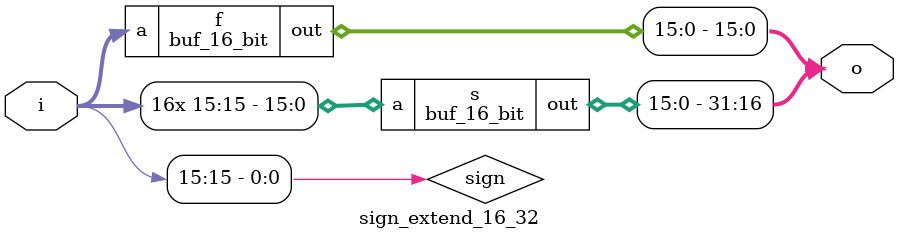
<source format=v>
module buf_2_bit(out, a);
input [1:0] a;
output [1:0] out;

buf f(out[0], a[0]),
    s(out[1], a[1]);
endmodule

module buf_4_bit(out, a);
input [3:0] a;
output [3:0] out;

buf_2_bit f(out[1:0], a[1:0]),
          s(out[3:2], a[3:2]);
endmodule

module buf_8_bit(out, a);
input [7:0] a;
output [7:0] out;

buf_4_bit f(out[3:0], a[3:0]),
          s(out[7:4], a[7:4]);
endmodule

module buf_16_bit(out, a);
input [15:0] a;
output [15:0] out;

buf_8_bit f(out[7:0], a[7:0]),
          s(out[15:8], a[15:8]);
endmodule


module sign_extend_6_32(i,o);
input [5:0] i;
output [31:0] o;
wire sign = i[5];


buf f[5:0](o[5:0], i[5:0]);
buf s[25:0](o[31:6], {26 {sign}});


endmodule

module sign_extend_16_32(i,o);
input [15:0] i;
output [31:0] o;
wire sign = i[15];


buf_16_bit f(o[15:0], i[15:0]),
           s(o[31:16], {16 {sign}});


endmodule

</source>
